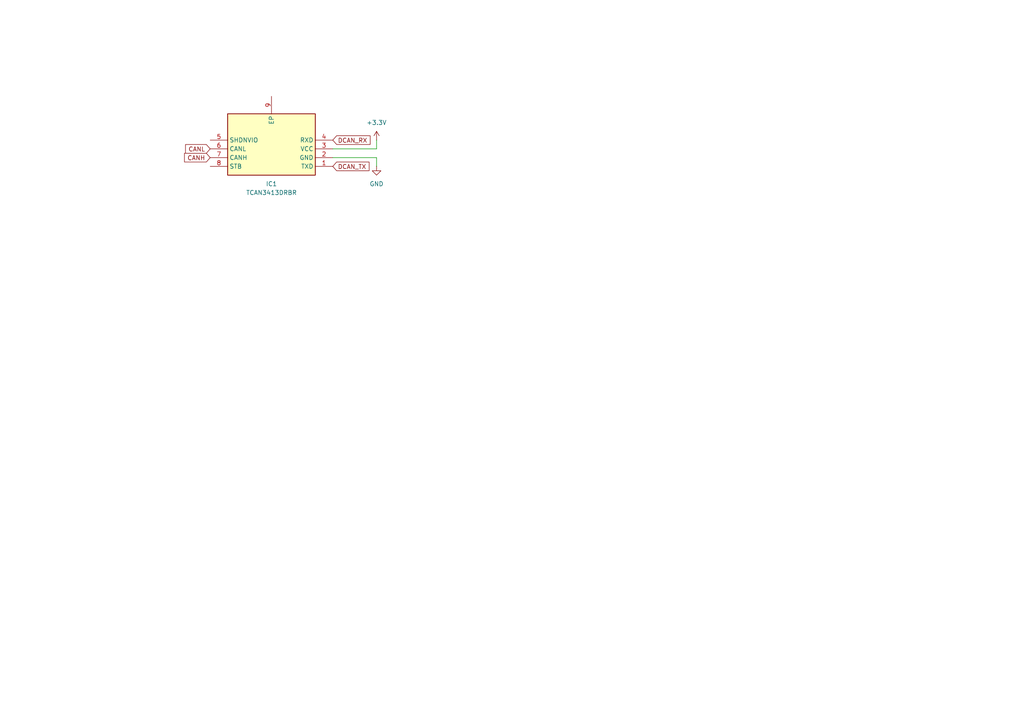
<source format=kicad_sch>
(kicad_sch
	(version 20231120)
	(generator "eeschema")
	(generator_version "8.0")
	(uuid "bda2325a-2184-476d-8b01-351d9dc03174")
	(paper "A4")
	(lib_symbols
		(symbol "SamacSys_Parts:TCAN3413DRBR"
			(exclude_from_sim no)
			(in_bom yes)
			(on_board yes)
			(property "Reference" "IC"
				(at 31.75 7.62 0)
				(effects
					(font
						(size 1.27 1.27)
					)
					(justify left top)
				)
			)
			(property "Value" "TCAN3413DRBR"
				(at 31.75 5.08 0)
				(effects
					(font
						(size 1.27 1.27)
					)
					(justify left top)
				)
			)
			(property "Footprint" "SON65P300X300X100-9N-D"
				(at 31.75 -94.92 0)
				(effects
					(font
						(size 1.27 1.27)
					)
					(justify left top)
					(hide yes)
				)
			)
			(property "Datasheet" "https://www.ti.com/lit/ds/symlink/tcan3413.pdf?ts=1718592096977&ref_url=https%253A%252F%252Fwww.ti.com%252Fproduct%252FTCAN3413%253Futm_source%253Dgoogle%2526utm_medium%253Dcpc%2526utm_campaign%253Dasc-int-null-44700045336317218_prodfolderdynamic-cpc-pf-g"
				(at 31.75 -194.92 0)
				(effects
					(font
						(size 1.27 1.27)
					)
					(justify left top)
					(hide yes)
				)
			)
			(property "Description" "CAN Interface IC 3.3-V CAN FD transceiver with flexible IO and standby mode"
				(at 0 0 0)
				(effects
					(font
						(size 1.27 1.27)
					)
					(hide yes)
				)
			)
			(property "Height" "1"
				(at 31.75 -394.92 0)
				(effects
					(font
						(size 1.27 1.27)
					)
					(justify left top)
					(hide yes)
				)
			)
			(property "Mouser Part Number" "595-TCAN3413DRBR"
				(at 31.75 -494.92 0)
				(effects
					(font
						(size 1.27 1.27)
					)
					(justify left top)
					(hide yes)
				)
			)
			(property "Mouser Price/Stock" "https://www.mouser.co.uk/ProductDetail/Texas-Instruments/TCAN3413DRBR?qs=2wMNvWM5ZX64aRv6u22jVg%3D%3D"
				(at 31.75 -594.92 0)
				(effects
					(font
						(size 1.27 1.27)
					)
					(justify left top)
					(hide yes)
				)
			)
			(property "Manufacturer_Name" "Texas Instruments"
				(at 31.75 -694.92 0)
				(effects
					(font
						(size 1.27 1.27)
					)
					(justify left top)
					(hide yes)
				)
			)
			(property "Manufacturer_Part_Number" "TCAN3413DRBR"
				(at 31.75 -794.92 0)
				(effects
					(font
						(size 1.27 1.27)
					)
					(justify left top)
					(hide yes)
				)
			)
			(symbol "TCAN3413DRBR_1_1"
				(rectangle
					(start 5.08 2.54)
					(end 30.48 -15.24)
					(stroke
						(width 0.254)
						(type default)
					)
					(fill
						(type background)
					)
				)
				(pin passive line
					(at 0 0 0)
					(length 5.08)
					(name "TXD"
						(effects
							(font
								(size 1.27 1.27)
							)
						)
					)
					(number "1"
						(effects
							(font
								(size 1.27 1.27)
							)
						)
					)
				)
				(pin passive line
					(at 0 -2.54 0)
					(length 5.08)
					(name "GND"
						(effects
							(font
								(size 1.27 1.27)
							)
						)
					)
					(number "2"
						(effects
							(font
								(size 1.27 1.27)
							)
						)
					)
				)
				(pin passive line
					(at 0 -5.08 0)
					(length 5.08)
					(name "VCC"
						(effects
							(font
								(size 1.27 1.27)
							)
						)
					)
					(number "3"
						(effects
							(font
								(size 1.27 1.27)
							)
						)
					)
				)
				(pin passive line
					(at 0 -7.62 0)
					(length 5.08)
					(name "RXD"
						(effects
							(font
								(size 1.27 1.27)
							)
						)
					)
					(number "4"
						(effects
							(font
								(size 1.27 1.27)
							)
						)
					)
				)
				(pin passive line
					(at 35.56 -7.62 180)
					(length 5.08)
					(name "SHDNVIO"
						(effects
							(font
								(size 1.27 1.27)
							)
						)
					)
					(number "5"
						(effects
							(font
								(size 1.27 1.27)
							)
						)
					)
				)
				(pin passive line
					(at 35.56 -5.08 180)
					(length 5.08)
					(name "CANL"
						(effects
							(font
								(size 1.27 1.27)
							)
						)
					)
					(number "6"
						(effects
							(font
								(size 1.27 1.27)
							)
						)
					)
				)
				(pin passive line
					(at 35.56 -2.54 180)
					(length 5.08)
					(name "CANH"
						(effects
							(font
								(size 1.27 1.27)
							)
						)
					)
					(number "7"
						(effects
							(font
								(size 1.27 1.27)
							)
						)
					)
				)
				(pin passive line
					(at 35.56 0 180)
					(length 5.08)
					(name "STB"
						(effects
							(font
								(size 1.27 1.27)
							)
						)
					)
					(number "8"
						(effects
							(font
								(size 1.27 1.27)
							)
						)
					)
				)
				(pin passive line
					(at 17.78 -20.32 90)
					(length 5.08)
					(name "EP"
						(effects
							(font
								(size 1.27 1.27)
							)
						)
					)
					(number "9"
						(effects
							(font
								(size 1.27 1.27)
							)
						)
					)
				)
			)
		)
		(symbol "power:+3.3V"
			(power)
			(pin_numbers hide)
			(pin_names
				(offset 0) hide)
			(exclude_from_sim no)
			(in_bom yes)
			(on_board yes)
			(property "Reference" "#PWR"
				(at 0 -3.81 0)
				(effects
					(font
						(size 1.27 1.27)
					)
					(hide yes)
				)
			)
			(property "Value" "+3.3V"
				(at 0 3.556 0)
				(effects
					(font
						(size 1.27 1.27)
					)
				)
			)
			(property "Footprint" ""
				(at 0 0 0)
				(effects
					(font
						(size 1.27 1.27)
					)
					(hide yes)
				)
			)
			(property "Datasheet" ""
				(at 0 0 0)
				(effects
					(font
						(size 1.27 1.27)
					)
					(hide yes)
				)
			)
			(property "Description" "Power symbol creates a global label with name \"+3.3V\""
				(at 0 0 0)
				(effects
					(font
						(size 1.27 1.27)
					)
					(hide yes)
				)
			)
			(property "ki_keywords" "global power"
				(at 0 0 0)
				(effects
					(font
						(size 1.27 1.27)
					)
					(hide yes)
				)
			)
			(symbol "+3.3V_0_1"
				(polyline
					(pts
						(xy -0.762 1.27) (xy 0 2.54)
					)
					(stroke
						(width 0)
						(type default)
					)
					(fill
						(type none)
					)
				)
				(polyline
					(pts
						(xy 0 0) (xy 0 2.54)
					)
					(stroke
						(width 0)
						(type default)
					)
					(fill
						(type none)
					)
				)
				(polyline
					(pts
						(xy 0 2.54) (xy 0.762 1.27)
					)
					(stroke
						(width 0)
						(type default)
					)
					(fill
						(type none)
					)
				)
			)
			(symbol "+3.3V_1_1"
				(pin power_in line
					(at 0 0 90)
					(length 0)
					(name "~"
						(effects
							(font
								(size 1.27 1.27)
							)
						)
					)
					(number "1"
						(effects
							(font
								(size 1.27 1.27)
							)
						)
					)
				)
			)
		)
		(symbol "power:GND"
			(power)
			(pin_numbers hide)
			(pin_names
				(offset 0) hide)
			(exclude_from_sim no)
			(in_bom yes)
			(on_board yes)
			(property "Reference" "#PWR"
				(at 0 -6.35 0)
				(effects
					(font
						(size 1.27 1.27)
					)
					(hide yes)
				)
			)
			(property "Value" "GND"
				(at 0 -3.81 0)
				(effects
					(font
						(size 1.27 1.27)
					)
				)
			)
			(property "Footprint" ""
				(at 0 0 0)
				(effects
					(font
						(size 1.27 1.27)
					)
					(hide yes)
				)
			)
			(property "Datasheet" ""
				(at 0 0 0)
				(effects
					(font
						(size 1.27 1.27)
					)
					(hide yes)
				)
			)
			(property "Description" "Power symbol creates a global label with name \"GND\" , ground"
				(at 0 0 0)
				(effects
					(font
						(size 1.27 1.27)
					)
					(hide yes)
				)
			)
			(property "ki_keywords" "global power"
				(at 0 0 0)
				(effects
					(font
						(size 1.27 1.27)
					)
					(hide yes)
				)
			)
			(symbol "GND_0_1"
				(polyline
					(pts
						(xy 0 0) (xy 0 -1.27) (xy 1.27 -1.27) (xy 0 -2.54) (xy -1.27 -1.27) (xy 0 -1.27)
					)
					(stroke
						(width 0)
						(type default)
					)
					(fill
						(type none)
					)
				)
			)
			(symbol "GND_1_1"
				(pin power_in line
					(at 0 0 270)
					(length 0)
					(name "~"
						(effects
							(font
								(size 1.27 1.27)
							)
						)
					)
					(number "1"
						(effects
							(font
								(size 1.27 1.27)
							)
						)
					)
				)
			)
		)
	)
	(wire
		(pts
			(xy 109.22 40.64) (xy 109.22 43.18)
		)
		(stroke
			(width 0)
			(type default)
		)
		(uuid "511f1b2d-ce2a-4481-b4c5-ff063a8f2b82")
	)
	(wire
		(pts
			(xy 109.22 45.72) (xy 109.22 48.26)
		)
		(stroke
			(width 0)
			(type default)
		)
		(uuid "655d7f05-8a4a-4055-9568-67afa512c1b5")
	)
	(wire
		(pts
			(xy 96.52 43.18) (xy 109.22 43.18)
		)
		(stroke
			(width 0)
			(type default)
		)
		(uuid "7a130cdc-9602-4150-ae4b-cfe60c43901c")
	)
	(wire
		(pts
			(xy 96.52 45.72) (xy 109.22 45.72)
		)
		(stroke
			(width 0)
			(type default)
		)
		(uuid "caf1914a-c503-4523-a1b3-d3b9e4057abc")
	)
	(global_label "CANL"
		(shape input)
		(at 60.96 43.18 180)
		(fields_autoplaced yes)
		(effects
			(font
				(size 1.27 1.27)
			)
			(justify right)
		)
		(uuid "600ca11e-8fd4-4dcd-a63c-d4ce30ca9850")
		(property "Intersheetrefs" "${INTERSHEET_REFS}"
			(at 53.2576 43.18 0)
			(effects
				(font
					(size 1.27 1.27)
				)
				(justify right)
				(hide yes)
			)
		)
	)
	(global_label "CANH"
		(shape input)
		(at 60.96 45.72 180)
		(fields_autoplaced yes)
		(effects
			(font
				(size 1.27 1.27)
			)
			(justify right)
		)
		(uuid "823fe666-aa76-49aa-aed6-a4380f1b4055")
		(property "Intersheetrefs" "${INTERSHEET_REFS}"
			(at 52.9552 45.72 0)
			(effects
				(font
					(size 1.27 1.27)
				)
				(justify right)
				(hide yes)
			)
		)
	)
	(global_label "DCAN_TX"
		(shape input)
		(at 96.52 48.26 0)
		(fields_autoplaced yes)
		(effects
			(font
				(size 1.27 1.27)
			)
			(justify left)
		)
		(uuid "9a4c933d-b82e-4930-9ca7-6342a762d3c8")
		(property "Intersheetrefs" "${INTERSHEET_REFS}"
			(at 107.609 48.26 0)
			(effects
				(font
					(size 1.27 1.27)
				)
				(justify left)
				(hide yes)
			)
		)
	)
	(global_label "DCAN_RX"
		(shape input)
		(at 96.52 40.64 0)
		(fields_autoplaced yes)
		(effects
			(font
				(size 1.27 1.27)
			)
			(justify left)
		)
		(uuid "cbfb9942-ee24-4d90-9144-70565c2a5a30")
		(property "Intersheetrefs" "${INTERSHEET_REFS}"
			(at 107.9114 40.64 0)
			(effects
				(font
					(size 1.27 1.27)
				)
				(justify left)
				(hide yes)
			)
		)
	)
	(symbol
		(lib_id "SamacSys_Parts:TCAN3413DRBR")
		(at 96.52 48.26 180)
		(unit 1)
		(exclude_from_sim no)
		(in_bom yes)
		(on_board yes)
		(dnp no)
		(fields_autoplaced yes)
		(uuid "6855df25-c07d-4cfc-95eb-810caa51bedc")
		(property "Reference" "IC1"
			(at 78.74 53.34 0)
			(effects
				(font
					(size 1.27 1.27)
				)
			)
		)
		(property "Value" "TCAN3413DRBR"
			(at 78.74 55.88 0)
			(effects
				(font
					(size 1.27 1.27)
				)
			)
		)
		(property "Footprint" "SON65P300X300X100-9N-D"
			(at 64.77 -46.66 0)
			(effects
				(font
					(size 1.27 1.27)
				)
				(justify left top)
				(hide yes)
			)
		)
		(property "Datasheet" "https://www.ti.com/lit/ds/symlink/tcan3413.pdf?ts=1718592096977&ref_url=https%253A%252F%252Fwww.ti.com%252Fproduct%252FTCAN3413%253Futm_source%253Dgoogle%2526utm_medium%253Dcpc%2526utm_campaign%253Dasc-int-null-44700045336317218_prodfolderdynamic-cpc-pf-g"
			(at 64.77 -146.66 0)
			(effects
				(font
					(size 1.27 1.27)
				)
				(justify left top)
				(hide yes)
			)
		)
		(property "Description" "CAN Interface IC 3.3-V CAN FD transceiver with flexible IO and standby mode"
			(at 96.52 48.26 0)
			(effects
				(font
					(size 1.27 1.27)
				)
				(hide yes)
			)
		)
		(property "Height" "1"
			(at 64.77 -346.66 0)
			(effects
				(font
					(size 1.27 1.27)
				)
				(justify left top)
				(hide yes)
			)
		)
		(property "Mouser Part Number" "595-TCAN3413DRBR"
			(at 64.77 -446.66 0)
			(effects
				(font
					(size 1.27 1.27)
				)
				(justify left top)
				(hide yes)
			)
		)
		(property "Mouser Price/Stock" "https://www.mouser.co.uk/ProductDetail/Texas-Instruments/TCAN3413DRBR?qs=2wMNvWM5ZX64aRv6u22jVg%3D%3D"
			(at 64.77 -546.66 0)
			(effects
				(font
					(size 1.27 1.27)
				)
				(justify left top)
				(hide yes)
			)
		)
		(property "Manufacturer_Name" "Texas Instruments"
			(at 64.77 -646.66 0)
			(effects
				(font
					(size 1.27 1.27)
				)
				(justify left top)
				(hide yes)
			)
		)
		(property "Manufacturer_Part_Number" "TCAN3413DRBR"
			(at 64.77 -746.66 0)
			(effects
				(font
					(size 1.27 1.27)
				)
				(justify left top)
				(hide yes)
			)
		)
		(pin "4"
			(uuid "e2598bca-bbcb-4aa9-98a9-259a40d788d0")
		)
		(pin "2"
			(uuid "a41885c3-5397-46c2-b58e-398f1b05b80e")
		)
		(pin "9"
			(uuid "75a47219-3f22-4c7d-8e01-110cc00f98da")
		)
		(pin "5"
			(uuid "80b1a821-5e9b-4a05-9c48-0941a16fbd83")
		)
		(pin "7"
			(uuid "ed085984-c7c7-4119-9f3f-d48894a9d338")
		)
		(pin "8"
			(uuid "52090c9e-1585-46f1-b8ca-310038a43317")
		)
		(pin "1"
			(uuid "9df863ef-e6e7-46e3-a147-09288737e9cc")
		)
		(pin "3"
			(uuid "f2110616-b49c-4d83-9510-fb4ac958fee4")
		)
		(pin "6"
			(uuid "96ef8319-51c7-4602-bcdd-c0bb349e066b")
		)
		(instances
			(project ""
				(path "/5deb3880-3edc-4e04-8d18-c290fe73b7ce/4b9dddb2-c0cb-44af-9298-d1dad0cede91"
					(reference "IC1")
					(unit 1)
				)
			)
		)
	)
	(symbol
		(lib_id "power:GND")
		(at 109.22 48.26 0)
		(unit 1)
		(exclude_from_sim no)
		(in_bom yes)
		(on_board yes)
		(dnp no)
		(fields_autoplaced yes)
		(uuid "71f27c0a-e96f-4b32-a8e6-26e3dfb28944")
		(property "Reference" "#PWR022"
			(at 109.22 54.61 0)
			(effects
				(font
					(size 1.27 1.27)
				)
				(hide yes)
			)
		)
		(property "Value" "GND"
			(at 109.22 53.34 0)
			(effects
				(font
					(size 1.27 1.27)
				)
			)
		)
		(property "Footprint" ""
			(at 109.22 48.26 0)
			(effects
				(font
					(size 1.27 1.27)
				)
				(hide yes)
			)
		)
		(property "Datasheet" ""
			(at 109.22 48.26 0)
			(effects
				(font
					(size 1.27 1.27)
				)
				(hide yes)
			)
		)
		(property "Description" "Power symbol creates a global label with name \"GND\" , ground"
			(at 109.22 48.26 0)
			(effects
				(font
					(size 1.27 1.27)
				)
				(hide yes)
			)
		)
		(pin "1"
			(uuid "f74007b7-4dc4-42ba-a6dd-189d250eb0d8")
		)
		(instances
			(project ""
				(path "/5deb3880-3edc-4e04-8d18-c290fe73b7ce/4b9dddb2-c0cb-44af-9298-d1dad0cede91"
					(reference "#PWR022")
					(unit 1)
				)
			)
		)
	)
	(symbol
		(lib_id "power:+3.3V")
		(at 109.22 40.64 0)
		(unit 1)
		(exclude_from_sim no)
		(in_bom yes)
		(on_board yes)
		(dnp no)
		(fields_autoplaced yes)
		(uuid "b7b9b29a-ebb8-42dc-b32e-0d8901ca36ec")
		(property "Reference" "#PWR021"
			(at 109.22 44.45 0)
			(effects
				(font
					(size 1.27 1.27)
				)
				(hide yes)
			)
		)
		(property "Value" "+3.3V"
			(at 109.22 35.56 0)
			(effects
				(font
					(size 1.27 1.27)
				)
			)
		)
		(property "Footprint" ""
			(at 109.22 40.64 0)
			(effects
				(font
					(size 1.27 1.27)
				)
				(hide yes)
			)
		)
		(property "Datasheet" ""
			(at 109.22 40.64 0)
			(effects
				(font
					(size 1.27 1.27)
				)
				(hide yes)
			)
		)
		(property "Description" "Power symbol creates a global label with name \"+3.3V\""
			(at 109.22 40.64 0)
			(effects
				(font
					(size 1.27 1.27)
				)
				(hide yes)
			)
		)
		(pin "1"
			(uuid "4a9e4f0c-a822-48c2-856f-ac26edfce995")
		)
		(instances
			(project ""
				(path "/5deb3880-3edc-4e04-8d18-c290fe73b7ce/4b9dddb2-c0cb-44af-9298-d1dad0cede91"
					(reference "#PWR021")
					(unit 1)
				)
			)
		)
	)
)

</source>
